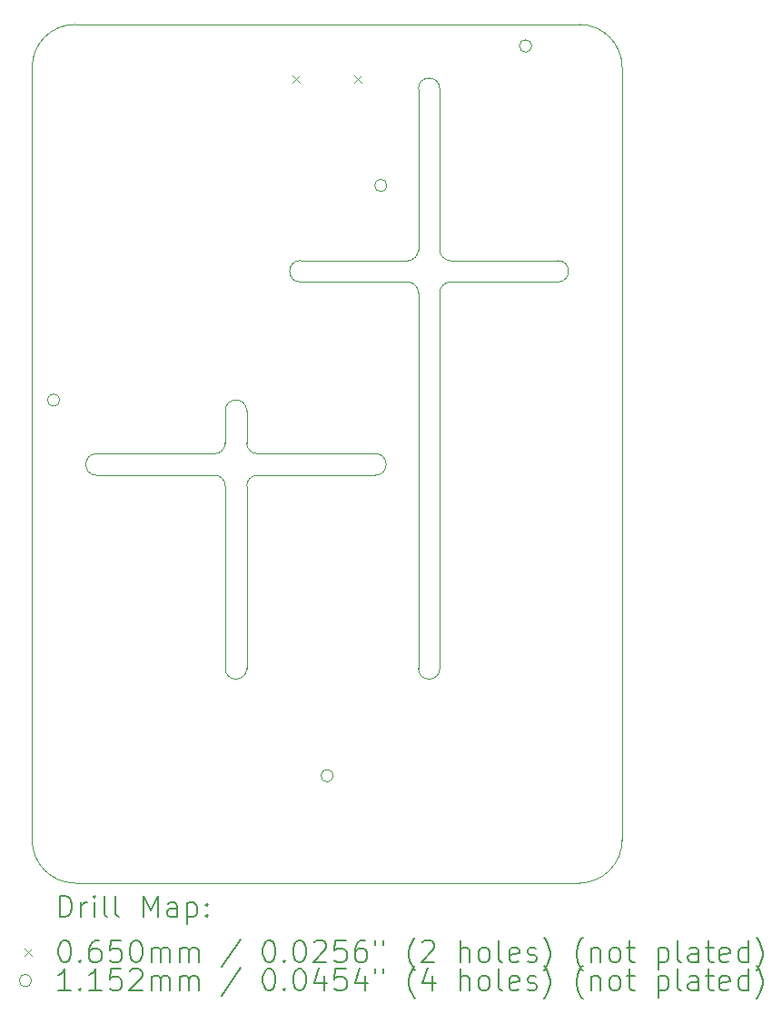
<source format=gbr>
%TF.GenerationSoftware,KiCad,Pcbnew,7.0.8*%
%TF.CreationDate,2024-04-22T21:24:54+09:00*%
%TF.ProjectId,MixedSignalKicad,4d697865-6453-4696-976e-616c4b696361,1.0*%
%TF.SameCoordinates,Original*%
%TF.FileFunction,Drillmap*%
%TF.FilePolarity,Positive*%
%FSLAX45Y45*%
G04 Gerber Fmt 4.5, Leading zero omitted, Abs format (unit mm)*
G04 Created by KiCad (PCBNEW 7.0.8) date 2024-04-22 21:24:54*
%MOMM*%
%LPD*%
G01*
G04 APERTURE LIST*
%ADD10C,0.100000*%
%ADD11C,0.200000*%
%ADD12C,0.065000*%
%ADD13C,0.115200*%
G04 APERTURE END LIST*
D10*
X15600000Y-7500000D02*
G75*
G03*
X15500000Y-7400000I-100000J0D01*
G01*
X12000000Y-5400000D02*
X12000000Y-9500000D01*
X15500000Y-7200000D02*
X14500000Y-7200000D01*
X13800000Y-9300000D02*
G75*
G03*
X13700000Y-9200000I-100000J0D01*
G01*
X12600000Y-9000000D02*
X13700000Y-9000000D01*
X15600000Y-7500000D02*
X15600000Y-11000000D01*
X16900000Y-7200000D02*
X15900000Y-7200000D01*
X14000000Y-8900000D02*
G75*
G03*
X14100000Y-9000000I100000J0D01*
G01*
X13800000Y-8600000D02*
X13800000Y-8900000D01*
X15800000Y-5600000D02*
G75*
G03*
X15600000Y-5600000I-100000J0D01*
G01*
X13800000Y-11000000D02*
G75*
G03*
X14000000Y-11000000I100000J0D01*
G01*
X14500000Y-7200000D02*
G75*
G03*
X14500000Y-7400000I0J-100000D01*
G01*
X17500000Y-12600000D02*
X17500000Y-5400000D01*
X16900000Y-7400000D02*
G75*
G03*
X16900000Y-7200000I0J100000D01*
G01*
X13800000Y-11000000D02*
X13800000Y-9300000D01*
X17100000Y-13000000D02*
G75*
G03*
X17500000Y-12600000I0J400000D01*
G01*
X15200000Y-9200000D02*
X14100000Y-9200000D01*
X17100000Y-5000000D02*
X12400000Y-5000000D01*
X15500000Y-7400000D02*
X14500000Y-7400000D01*
X16900000Y-7400000D02*
X15900000Y-7400000D01*
X12600000Y-9200000D02*
X13700000Y-9200000D01*
X12400000Y-13000000D02*
X17100000Y-13000000D01*
X17500000Y-5400000D02*
G75*
G03*
X17100000Y-5000000I-400000J0D01*
G01*
X12000000Y-12600000D02*
G75*
G03*
X12400000Y-13000000I400000J0D01*
G01*
X14000000Y-8600000D02*
G75*
G03*
X13800000Y-8600000I-100000J0D01*
G01*
X12000000Y-9500000D02*
X12000000Y-12600000D01*
X15800000Y-7100000D02*
G75*
G03*
X15900000Y-7200000I100000J0D01*
G01*
X15800000Y-7500000D02*
X15800000Y-11000000D01*
X13700000Y-9000000D02*
G75*
G03*
X13800000Y-8900000I0J100000D01*
G01*
X12400000Y-5000000D02*
G75*
G03*
X12000000Y-5400000I0J-400000D01*
G01*
X15600000Y-5600000D02*
X15600000Y-7100000D01*
X15500000Y-7200000D02*
G75*
G03*
X15600000Y-7100000I0J100000D01*
G01*
X15200000Y-9000000D02*
X14100000Y-9000000D01*
X14000000Y-8600000D02*
X14000000Y-8900000D01*
X15600000Y-11000000D02*
G75*
G03*
X15800000Y-11000000I100000J0D01*
G01*
X15800000Y-5600000D02*
X15800000Y-7100000D01*
X15900000Y-7400000D02*
G75*
G03*
X15800000Y-7500000I0J-100000D01*
G01*
X12600000Y-9000000D02*
G75*
G03*
X12600000Y-9200000I0J-100000D01*
G01*
X14000000Y-11000000D02*
X14000000Y-9300000D01*
X14100000Y-9200000D02*
G75*
G03*
X14000000Y-9300000I0J-100000D01*
G01*
X15200000Y-9200000D02*
G75*
G03*
X15200000Y-9000000I0J100000D01*
G01*
D11*
D12*
X14428500Y-5477500D02*
X14493500Y-5542500D01*
X14493500Y-5477500D02*
X14428500Y-5542500D01*
X15006500Y-5477500D02*
X15071500Y-5542500D01*
X15071500Y-5477500D02*
X15006500Y-5542500D01*
D13*
X12257600Y-8500000D02*
G75*
G03*
X12257600Y-8500000I-57600J0D01*
G01*
X14807600Y-12000000D02*
G75*
G03*
X14807600Y-12000000I-57600J0D01*
G01*
X15307600Y-6500000D02*
G75*
G03*
X15307600Y-6500000I-57600J0D01*
G01*
X16657600Y-5200000D02*
G75*
G03*
X16657600Y-5200000I-57600J0D01*
G01*
D11*
X12255777Y-13316484D02*
X12255777Y-13116484D01*
X12255777Y-13116484D02*
X12303396Y-13116484D01*
X12303396Y-13116484D02*
X12331967Y-13126008D01*
X12331967Y-13126008D02*
X12351015Y-13145055D01*
X12351015Y-13145055D02*
X12360539Y-13164103D01*
X12360539Y-13164103D02*
X12370062Y-13202198D01*
X12370062Y-13202198D02*
X12370062Y-13230769D01*
X12370062Y-13230769D02*
X12360539Y-13268865D01*
X12360539Y-13268865D02*
X12351015Y-13287912D01*
X12351015Y-13287912D02*
X12331967Y-13306960D01*
X12331967Y-13306960D02*
X12303396Y-13316484D01*
X12303396Y-13316484D02*
X12255777Y-13316484D01*
X12455777Y-13316484D02*
X12455777Y-13183150D01*
X12455777Y-13221246D02*
X12465301Y-13202198D01*
X12465301Y-13202198D02*
X12474824Y-13192674D01*
X12474824Y-13192674D02*
X12493872Y-13183150D01*
X12493872Y-13183150D02*
X12512920Y-13183150D01*
X12579586Y-13316484D02*
X12579586Y-13183150D01*
X12579586Y-13116484D02*
X12570062Y-13126008D01*
X12570062Y-13126008D02*
X12579586Y-13135531D01*
X12579586Y-13135531D02*
X12589110Y-13126008D01*
X12589110Y-13126008D02*
X12579586Y-13116484D01*
X12579586Y-13116484D02*
X12579586Y-13135531D01*
X12703396Y-13316484D02*
X12684348Y-13306960D01*
X12684348Y-13306960D02*
X12674824Y-13287912D01*
X12674824Y-13287912D02*
X12674824Y-13116484D01*
X12808158Y-13316484D02*
X12789110Y-13306960D01*
X12789110Y-13306960D02*
X12779586Y-13287912D01*
X12779586Y-13287912D02*
X12779586Y-13116484D01*
X13036729Y-13316484D02*
X13036729Y-13116484D01*
X13036729Y-13116484D02*
X13103396Y-13259341D01*
X13103396Y-13259341D02*
X13170062Y-13116484D01*
X13170062Y-13116484D02*
X13170062Y-13316484D01*
X13351015Y-13316484D02*
X13351015Y-13211722D01*
X13351015Y-13211722D02*
X13341491Y-13192674D01*
X13341491Y-13192674D02*
X13322443Y-13183150D01*
X13322443Y-13183150D02*
X13284348Y-13183150D01*
X13284348Y-13183150D02*
X13265301Y-13192674D01*
X13351015Y-13306960D02*
X13331967Y-13316484D01*
X13331967Y-13316484D02*
X13284348Y-13316484D01*
X13284348Y-13316484D02*
X13265301Y-13306960D01*
X13265301Y-13306960D02*
X13255777Y-13287912D01*
X13255777Y-13287912D02*
X13255777Y-13268865D01*
X13255777Y-13268865D02*
X13265301Y-13249817D01*
X13265301Y-13249817D02*
X13284348Y-13240293D01*
X13284348Y-13240293D02*
X13331967Y-13240293D01*
X13331967Y-13240293D02*
X13351015Y-13230769D01*
X13446253Y-13183150D02*
X13446253Y-13383150D01*
X13446253Y-13192674D02*
X13465301Y-13183150D01*
X13465301Y-13183150D02*
X13503396Y-13183150D01*
X13503396Y-13183150D02*
X13522443Y-13192674D01*
X13522443Y-13192674D02*
X13531967Y-13202198D01*
X13531967Y-13202198D02*
X13541491Y-13221246D01*
X13541491Y-13221246D02*
X13541491Y-13278388D01*
X13541491Y-13278388D02*
X13531967Y-13297436D01*
X13531967Y-13297436D02*
X13522443Y-13306960D01*
X13522443Y-13306960D02*
X13503396Y-13316484D01*
X13503396Y-13316484D02*
X13465301Y-13316484D01*
X13465301Y-13316484D02*
X13446253Y-13306960D01*
X13627205Y-13297436D02*
X13636729Y-13306960D01*
X13636729Y-13306960D02*
X13627205Y-13316484D01*
X13627205Y-13316484D02*
X13617682Y-13306960D01*
X13617682Y-13306960D02*
X13627205Y-13297436D01*
X13627205Y-13297436D02*
X13627205Y-13316484D01*
X13627205Y-13192674D02*
X13636729Y-13202198D01*
X13636729Y-13202198D02*
X13627205Y-13211722D01*
X13627205Y-13211722D02*
X13617682Y-13202198D01*
X13617682Y-13202198D02*
X13627205Y-13192674D01*
X13627205Y-13192674D02*
X13627205Y-13211722D01*
D12*
X11930000Y-13612500D02*
X11995000Y-13677500D01*
X11995000Y-13612500D02*
X11930000Y-13677500D01*
D11*
X12293872Y-13536484D02*
X12312920Y-13536484D01*
X12312920Y-13536484D02*
X12331967Y-13546008D01*
X12331967Y-13546008D02*
X12341491Y-13555531D01*
X12341491Y-13555531D02*
X12351015Y-13574579D01*
X12351015Y-13574579D02*
X12360539Y-13612674D01*
X12360539Y-13612674D02*
X12360539Y-13660293D01*
X12360539Y-13660293D02*
X12351015Y-13698388D01*
X12351015Y-13698388D02*
X12341491Y-13717436D01*
X12341491Y-13717436D02*
X12331967Y-13726960D01*
X12331967Y-13726960D02*
X12312920Y-13736484D01*
X12312920Y-13736484D02*
X12293872Y-13736484D01*
X12293872Y-13736484D02*
X12274824Y-13726960D01*
X12274824Y-13726960D02*
X12265301Y-13717436D01*
X12265301Y-13717436D02*
X12255777Y-13698388D01*
X12255777Y-13698388D02*
X12246253Y-13660293D01*
X12246253Y-13660293D02*
X12246253Y-13612674D01*
X12246253Y-13612674D02*
X12255777Y-13574579D01*
X12255777Y-13574579D02*
X12265301Y-13555531D01*
X12265301Y-13555531D02*
X12274824Y-13546008D01*
X12274824Y-13546008D02*
X12293872Y-13536484D01*
X12446253Y-13717436D02*
X12455777Y-13726960D01*
X12455777Y-13726960D02*
X12446253Y-13736484D01*
X12446253Y-13736484D02*
X12436729Y-13726960D01*
X12436729Y-13726960D02*
X12446253Y-13717436D01*
X12446253Y-13717436D02*
X12446253Y-13736484D01*
X12627205Y-13536484D02*
X12589110Y-13536484D01*
X12589110Y-13536484D02*
X12570062Y-13546008D01*
X12570062Y-13546008D02*
X12560539Y-13555531D01*
X12560539Y-13555531D02*
X12541491Y-13584103D01*
X12541491Y-13584103D02*
X12531967Y-13622198D01*
X12531967Y-13622198D02*
X12531967Y-13698388D01*
X12531967Y-13698388D02*
X12541491Y-13717436D01*
X12541491Y-13717436D02*
X12551015Y-13726960D01*
X12551015Y-13726960D02*
X12570062Y-13736484D01*
X12570062Y-13736484D02*
X12608158Y-13736484D01*
X12608158Y-13736484D02*
X12627205Y-13726960D01*
X12627205Y-13726960D02*
X12636729Y-13717436D01*
X12636729Y-13717436D02*
X12646253Y-13698388D01*
X12646253Y-13698388D02*
X12646253Y-13650769D01*
X12646253Y-13650769D02*
X12636729Y-13631722D01*
X12636729Y-13631722D02*
X12627205Y-13622198D01*
X12627205Y-13622198D02*
X12608158Y-13612674D01*
X12608158Y-13612674D02*
X12570062Y-13612674D01*
X12570062Y-13612674D02*
X12551015Y-13622198D01*
X12551015Y-13622198D02*
X12541491Y-13631722D01*
X12541491Y-13631722D02*
X12531967Y-13650769D01*
X12827205Y-13536484D02*
X12731967Y-13536484D01*
X12731967Y-13536484D02*
X12722443Y-13631722D01*
X12722443Y-13631722D02*
X12731967Y-13622198D01*
X12731967Y-13622198D02*
X12751015Y-13612674D01*
X12751015Y-13612674D02*
X12798634Y-13612674D01*
X12798634Y-13612674D02*
X12817682Y-13622198D01*
X12817682Y-13622198D02*
X12827205Y-13631722D01*
X12827205Y-13631722D02*
X12836729Y-13650769D01*
X12836729Y-13650769D02*
X12836729Y-13698388D01*
X12836729Y-13698388D02*
X12827205Y-13717436D01*
X12827205Y-13717436D02*
X12817682Y-13726960D01*
X12817682Y-13726960D02*
X12798634Y-13736484D01*
X12798634Y-13736484D02*
X12751015Y-13736484D01*
X12751015Y-13736484D02*
X12731967Y-13726960D01*
X12731967Y-13726960D02*
X12722443Y-13717436D01*
X12960539Y-13536484D02*
X12979586Y-13536484D01*
X12979586Y-13536484D02*
X12998634Y-13546008D01*
X12998634Y-13546008D02*
X13008158Y-13555531D01*
X13008158Y-13555531D02*
X13017682Y-13574579D01*
X13017682Y-13574579D02*
X13027205Y-13612674D01*
X13027205Y-13612674D02*
X13027205Y-13660293D01*
X13027205Y-13660293D02*
X13017682Y-13698388D01*
X13017682Y-13698388D02*
X13008158Y-13717436D01*
X13008158Y-13717436D02*
X12998634Y-13726960D01*
X12998634Y-13726960D02*
X12979586Y-13736484D01*
X12979586Y-13736484D02*
X12960539Y-13736484D01*
X12960539Y-13736484D02*
X12941491Y-13726960D01*
X12941491Y-13726960D02*
X12931967Y-13717436D01*
X12931967Y-13717436D02*
X12922443Y-13698388D01*
X12922443Y-13698388D02*
X12912920Y-13660293D01*
X12912920Y-13660293D02*
X12912920Y-13612674D01*
X12912920Y-13612674D02*
X12922443Y-13574579D01*
X12922443Y-13574579D02*
X12931967Y-13555531D01*
X12931967Y-13555531D02*
X12941491Y-13546008D01*
X12941491Y-13546008D02*
X12960539Y-13536484D01*
X13112920Y-13736484D02*
X13112920Y-13603150D01*
X13112920Y-13622198D02*
X13122443Y-13612674D01*
X13122443Y-13612674D02*
X13141491Y-13603150D01*
X13141491Y-13603150D02*
X13170063Y-13603150D01*
X13170063Y-13603150D02*
X13189110Y-13612674D01*
X13189110Y-13612674D02*
X13198634Y-13631722D01*
X13198634Y-13631722D02*
X13198634Y-13736484D01*
X13198634Y-13631722D02*
X13208158Y-13612674D01*
X13208158Y-13612674D02*
X13227205Y-13603150D01*
X13227205Y-13603150D02*
X13255777Y-13603150D01*
X13255777Y-13603150D02*
X13274824Y-13612674D01*
X13274824Y-13612674D02*
X13284348Y-13631722D01*
X13284348Y-13631722D02*
X13284348Y-13736484D01*
X13379586Y-13736484D02*
X13379586Y-13603150D01*
X13379586Y-13622198D02*
X13389110Y-13612674D01*
X13389110Y-13612674D02*
X13408158Y-13603150D01*
X13408158Y-13603150D02*
X13436729Y-13603150D01*
X13436729Y-13603150D02*
X13455777Y-13612674D01*
X13455777Y-13612674D02*
X13465301Y-13631722D01*
X13465301Y-13631722D02*
X13465301Y-13736484D01*
X13465301Y-13631722D02*
X13474824Y-13612674D01*
X13474824Y-13612674D02*
X13493872Y-13603150D01*
X13493872Y-13603150D02*
X13522443Y-13603150D01*
X13522443Y-13603150D02*
X13541491Y-13612674D01*
X13541491Y-13612674D02*
X13551015Y-13631722D01*
X13551015Y-13631722D02*
X13551015Y-13736484D01*
X13941491Y-13526960D02*
X13770063Y-13784103D01*
X14198634Y-13536484D02*
X14217682Y-13536484D01*
X14217682Y-13536484D02*
X14236729Y-13546008D01*
X14236729Y-13546008D02*
X14246253Y-13555531D01*
X14246253Y-13555531D02*
X14255777Y-13574579D01*
X14255777Y-13574579D02*
X14265301Y-13612674D01*
X14265301Y-13612674D02*
X14265301Y-13660293D01*
X14265301Y-13660293D02*
X14255777Y-13698388D01*
X14255777Y-13698388D02*
X14246253Y-13717436D01*
X14246253Y-13717436D02*
X14236729Y-13726960D01*
X14236729Y-13726960D02*
X14217682Y-13736484D01*
X14217682Y-13736484D02*
X14198634Y-13736484D01*
X14198634Y-13736484D02*
X14179586Y-13726960D01*
X14179586Y-13726960D02*
X14170063Y-13717436D01*
X14170063Y-13717436D02*
X14160539Y-13698388D01*
X14160539Y-13698388D02*
X14151015Y-13660293D01*
X14151015Y-13660293D02*
X14151015Y-13612674D01*
X14151015Y-13612674D02*
X14160539Y-13574579D01*
X14160539Y-13574579D02*
X14170063Y-13555531D01*
X14170063Y-13555531D02*
X14179586Y-13546008D01*
X14179586Y-13546008D02*
X14198634Y-13536484D01*
X14351015Y-13717436D02*
X14360539Y-13726960D01*
X14360539Y-13726960D02*
X14351015Y-13736484D01*
X14351015Y-13736484D02*
X14341491Y-13726960D01*
X14341491Y-13726960D02*
X14351015Y-13717436D01*
X14351015Y-13717436D02*
X14351015Y-13736484D01*
X14484348Y-13536484D02*
X14503396Y-13536484D01*
X14503396Y-13536484D02*
X14522444Y-13546008D01*
X14522444Y-13546008D02*
X14531967Y-13555531D01*
X14531967Y-13555531D02*
X14541491Y-13574579D01*
X14541491Y-13574579D02*
X14551015Y-13612674D01*
X14551015Y-13612674D02*
X14551015Y-13660293D01*
X14551015Y-13660293D02*
X14541491Y-13698388D01*
X14541491Y-13698388D02*
X14531967Y-13717436D01*
X14531967Y-13717436D02*
X14522444Y-13726960D01*
X14522444Y-13726960D02*
X14503396Y-13736484D01*
X14503396Y-13736484D02*
X14484348Y-13736484D01*
X14484348Y-13736484D02*
X14465301Y-13726960D01*
X14465301Y-13726960D02*
X14455777Y-13717436D01*
X14455777Y-13717436D02*
X14446253Y-13698388D01*
X14446253Y-13698388D02*
X14436729Y-13660293D01*
X14436729Y-13660293D02*
X14436729Y-13612674D01*
X14436729Y-13612674D02*
X14446253Y-13574579D01*
X14446253Y-13574579D02*
X14455777Y-13555531D01*
X14455777Y-13555531D02*
X14465301Y-13546008D01*
X14465301Y-13546008D02*
X14484348Y-13536484D01*
X14627206Y-13555531D02*
X14636729Y-13546008D01*
X14636729Y-13546008D02*
X14655777Y-13536484D01*
X14655777Y-13536484D02*
X14703396Y-13536484D01*
X14703396Y-13536484D02*
X14722444Y-13546008D01*
X14722444Y-13546008D02*
X14731967Y-13555531D01*
X14731967Y-13555531D02*
X14741491Y-13574579D01*
X14741491Y-13574579D02*
X14741491Y-13593627D01*
X14741491Y-13593627D02*
X14731967Y-13622198D01*
X14731967Y-13622198D02*
X14617682Y-13736484D01*
X14617682Y-13736484D02*
X14741491Y-13736484D01*
X14922444Y-13536484D02*
X14827206Y-13536484D01*
X14827206Y-13536484D02*
X14817682Y-13631722D01*
X14817682Y-13631722D02*
X14827206Y-13622198D01*
X14827206Y-13622198D02*
X14846253Y-13612674D01*
X14846253Y-13612674D02*
X14893872Y-13612674D01*
X14893872Y-13612674D02*
X14912920Y-13622198D01*
X14912920Y-13622198D02*
X14922444Y-13631722D01*
X14922444Y-13631722D02*
X14931967Y-13650769D01*
X14931967Y-13650769D02*
X14931967Y-13698388D01*
X14931967Y-13698388D02*
X14922444Y-13717436D01*
X14922444Y-13717436D02*
X14912920Y-13726960D01*
X14912920Y-13726960D02*
X14893872Y-13736484D01*
X14893872Y-13736484D02*
X14846253Y-13736484D01*
X14846253Y-13736484D02*
X14827206Y-13726960D01*
X14827206Y-13726960D02*
X14817682Y-13717436D01*
X15103396Y-13536484D02*
X15065301Y-13536484D01*
X15065301Y-13536484D02*
X15046253Y-13546008D01*
X15046253Y-13546008D02*
X15036729Y-13555531D01*
X15036729Y-13555531D02*
X15017682Y-13584103D01*
X15017682Y-13584103D02*
X15008158Y-13622198D01*
X15008158Y-13622198D02*
X15008158Y-13698388D01*
X15008158Y-13698388D02*
X15017682Y-13717436D01*
X15017682Y-13717436D02*
X15027206Y-13726960D01*
X15027206Y-13726960D02*
X15046253Y-13736484D01*
X15046253Y-13736484D02*
X15084348Y-13736484D01*
X15084348Y-13736484D02*
X15103396Y-13726960D01*
X15103396Y-13726960D02*
X15112920Y-13717436D01*
X15112920Y-13717436D02*
X15122444Y-13698388D01*
X15122444Y-13698388D02*
X15122444Y-13650769D01*
X15122444Y-13650769D02*
X15112920Y-13631722D01*
X15112920Y-13631722D02*
X15103396Y-13622198D01*
X15103396Y-13622198D02*
X15084348Y-13612674D01*
X15084348Y-13612674D02*
X15046253Y-13612674D01*
X15046253Y-13612674D02*
X15027206Y-13622198D01*
X15027206Y-13622198D02*
X15017682Y-13631722D01*
X15017682Y-13631722D02*
X15008158Y-13650769D01*
X15198634Y-13536484D02*
X15198634Y-13574579D01*
X15274825Y-13536484D02*
X15274825Y-13574579D01*
X15570063Y-13812674D02*
X15560539Y-13803150D01*
X15560539Y-13803150D02*
X15541491Y-13774579D01*
X15541491Y-13774579D02*
X15531968Y-13755531D01*
X15531968Y-13755531D02*
X15522444Y-13726960D01*
X15522444Y-13726960D02*
X15512920Y-13679341D01*
X15512920Y-13679341D02*
X15512920Y-13641246D01*
X15512920Y-13641246D02*
X15522444Y-13593627D01*
X15522444Y-13593627D02*
X15531968Y-13565055D01*
X15531968Y-13565055D02*
X15541491Y-13546008D01*
X15541491Y-13546008D02*
X15560539Y-13517436D01*
X15560539Y-13517436D02*
X15570063Y-13507912D01*
X15636729Y-13555531D02*
X15646253Y-13546008D01*
X15646253Y-13546008D02*
X15665301Y-13536484D01*
X15665301Y-13536484D02*
X15712920Y-13536484D01*
X15712920Y-13536484D02*
X15731968Y-13546008D01*
X15731968Y-13546008D02*
X15741491Y-13555531D01*
X15741491Y-13555531D02*
X15751015Y-13574579D01*
X15751015Y-13574579D02*
X15751015Y-13593627D01*
X15751015Y-13593627D02*
X15741491Y-13622198D01*
X15741491Y-13622198D02*
X15627206Y-13736484D01*
X15627206Y-13736484D02*
X15751015Y-13736484D01*
X15989110Y-13736484D02*
X15989110Y-13536484D01*
X16074825Y-13736484D02*
X16074825Y-13631722D01*
X16074825Y-13631722D02*
X16065301Y-13612674D01*
X16065301Y-13612674D02*
X16046253Y-13603150D01*
X16046253Y-13603150D02*
X16017682Y-13603150D01*
X16017682Y-13603150D02*
X15998634Y-13612674D01*
X15998634Y-13612674D02*
X15989110Y-13622198D01*
X16198634Y-13736484D02*
X16179587Y-13726960D01*
X16179587Y-13726960D02*
X16170063Y-13717436D01*
X16170063Y-13717436D02*
X16160539Y-13698388D01*
X16160539Y-13698388D02*
X16160539Y-13641246D01*
X16160539Y-13641246D02*
X16170063Y-13622198D01*
X16170063Y-13622198D02*
X16179587Y-13612674D01*
X16179587Y-13612674D02*
X16198634Y-13603150D01*
X16198634Y-13603150D02*
X16227206Y-13603150D01*
X16227206Y-13603150D02*
X16246253Y-13612674D01*
X16246253Y-13612674D02*
X16255777Y-13622198D01*
X16255777Y-13622198D02*
X16265301Y-13641246D01*
X16265301Y-13641246D02*
X16265301Y-13698388D01*
X16265301Y-13698388D02*
X16255777Y-13717436D01*
X16255777Y-13717436D02*
X16246253Y-13726960D01*
X16246253Y-13726960D02*
X16227206Y-13736484D01*
X16227206Y-13736484D02*
X16198634Y-13736484D01*
X16379587Y-13736484D02*
X16360539Y-13726960D01*
X16360539Y-13726960D02*
X16351015Y-13707912D01*
X16351015Y-13707912D02*
X16351015Y-13536484D01*
X16531968Y-13726960D02*
X16512920Y-13736484D01*
X16512920Y-13736484D02*
X16474825Y-13736484D01*
X16474825Y-13736484D02*
X16455777Y-13726960D01*
X16455777Y-13726960D02*
X16446253Y-13707912D01*
X16446253Y-13707912D02*
X16446253Y-13631722D01*
X16446253Y-13631722D02*
X16455777Y-13612674D01*
X16455777Y-13612674D02*
X16474825Y-13603150D01*
X16474825Y-13603150D02*
X16512920Y-13603150D01*
X16512920Y-13603150D02*
X16531968Y-13612674D01*
X16531968Y-13612674D02*
X16541491Y-13631722D01*
X16541491Y-13631722D02*
X16541491Y-13650769D01*
X16541491Y-13650769D02*
X16446253Y-13669817D01*
X16617682Y-13726960D02*
X16636730Y-13736484D01*
X16636730Y-13736484D02*
X16674825Y-13736484D01*
X16674825Y-13736484D02*
X16693872Y-13726960D01*
X16693872Y-13726960D02*
X16703396Y-13707912D01*
X16703396Y-13707912D02*
X16703396Y-13698388D01*
X16703396Y-13698388D02*
X16693872Y-13679341D01*
X16693872Y-13679341D02*
X16674825Y-13669817D01*
X16674825Y-13669817D02*
X16646253Y-13669817D01*
X16646253Y-13669817D02*
X16627206Y-13660293D01*
X16627206Y-13660293D02*
X16617682Y-13641246D01*
X16617682Y-13641246D02*
X16617682Y-13631722D01*
X16617682Y-13631722D02*
X16627206Y-13612674D01*
X16627206Y-13612674D02*
X16646253Y-13603150D01*
X16646253Y-13603150D02*
X16674825Y-13603150D01*
X16674825Y-13603150D02*
X16693872Y-13612674D01*
X16770063Y-13812674D02*
X16779587Y-13803150D01*
X16779587Y-13803150D02*
X16798634Y-13774579D01*
X16798634Y-13774579D02*
X16808158Y-13755531D01*
X16808158Y-13755531D02*
X16817682Y-13726960D01*
X16817682Y-13726960D02*
X16827206Y-13679341D01*
X16827206Y-13679341D02*
X16827206Y-13641246D01*
X16827206Y-13641246D02*
X16817682Y-13593627D01*
X16817682Y-13593627D02*
X16808158Y-13565055D01*
X16808158Y-13565055D02*
X16798634Y-13546008D01*
X16798634Y-13546008D02*
X16779587Y-13517436D01*
X16779587Y-13517436D02*
X16770063Y-13507912D01*
X17131968Y-13812674D02*
X17122444Y-13803150D01*
X17122444Y-13803150D02*
X17103396Y-13774579D01*
X17103396Y-13774579D02*
X17093873Y-13755531D01*
X17093873Y-13755531D02*
X17084349Y-13726960D01*
X17084349Y-13726960D02*
X17074825Y-13679341D01*
X17074825Y-13679341D02*
X17074825Y-13641246D01*
X17074825Y-13641246D02*
X17084349Y-13593627D01*
X17084349Y-13593627D02*
X17093873Y-13565055D01*
X17093873Y-13565055D02*
X17103396Y-13546008D01*
X17103396Y-13546008D02*
X17122444Y-13517436D01*
X17122444Y-13517436D02*
X17131968Y-13507912D01*
X17208158Y-13603150D02*
X17208158Y-13736484D01*
X17208158Y-13622198D02*
X17217682Y-13612674D01*
X17217682Y-13612674D02*
X17236730Y-13603150D01*
X17236730Y-13603150D02*
X17265301Y-13603150D01*
X17265301Y-13603150D02*
X17284349Y-13612674D01*
X17284349Y-13612674D02*
X17293873Y-13631722D01*
X17293873Y-13631722D02*
X17293873Y-13736484D01*
X17417682Y-13736484D02*
X17398634Y-13726960D01*
X17398634Y-13726960D02*
X17389111Y-13717436D01*
X17389111Y-13717436D02*
X17379587Y-13698388D01*
X17379587Y-13698388D02*
X17379587Y-13641246D01*
X17379587Y-13641246D02*
X17389111Y-13622198D01*
X17389111Y-13622198D02*
X17398634Y-13612674D01*
X17398634Y-13612674D02*
X17417682Y-13603150D01*
X17417682Y-13603150D02*
X17446254Y-13603150D01*
X17446254Y-13603150D02*
X17465301Y-13612674D01*
X17465301Y-13612674D02*
X17474825Y-13622198D01*
X17474825Y-13622198D02*
X17484349Y-13641246D01*
X17484349Y-13641246D02*
X17484349Y-13698388D01*
X17484349Y-13698388D02*
X17474825Y-13717436D01*
X17474825Y-13717436D02*
X17465301Y-13726960D01*
X17465301Y-13726960D02*
X17446254Y-13736484D01*
X17446254Y-13736484D02*
X17417682Y-13736484D01*
X17541492Y-13603150D02*
X17617682Y-13603150D01*
X17570063Y-13536484D02*
X17570063Y-13707912D01*
X17570063Y-13707912D02*
X17579587Y-13726960D01*
X17579587Y-13726960D02*
X17598634Y-13736484D01*
X17598634Y-13736484D02*
X17617682Y-13736484D01*
X17836730Y-13603150D02*
X17836730Y-13803150D01*
X17836730Y-13612674D02*
X17855777Y-13603150D01*
X17855777Y-13603150D02*
X17893873Y-13603150D01*
X17893873Y-13603150D02*
X17912920Y-13612674D01*
X17912920Y-13612674D02*
X17922444Y-13622198D01*
X17922444Y-13622198D02*
X17931968Y-13641246D01*
X17931968Y-13641246D02*
X17931968Y-13698388D01*
X17931968Y-13698388D02*
X17922444Y-13717436D01*
X17922444Y-13717436D02*
X17912920Y-13726960D01*
X17912920Y-13726960D02*
X17893873Y-13736484D01*
X17893873Y-13736484D02*
X17855777Y-13736484D01*
X17855777Y-13736484D02*
X17836730Y-13726960D01*
X18046254Y-13736484D02*
X18027206Y-13726960D01*
X18027206Y-13726960D02*
X18017682Y-13707912D01*
X18017682Y-13707912D02*
X18017682Y-13536484D01*
X18208158Y-13736484D02*
X18208158Y-13631722D01*
X18208158Y-13631722D02*
X18198635Y-13612674D01*
X18198635Y-13612674D02*
X18179587Y-13603150D01*
X18179587Y-13603150D02*
X18141492Y-13603150D01*
X18141492Y-13603150D02*
X18122444Y-13612674D01*
X18208158Y-13726960D02*
X18189111Y-13736484D01*
X18189111Y-13736484D02*
X18141492Y-13736484D01*
X18141492Y-13736484D02*
X18122444Y-13726960D01*
X18122444Y-13726960D02*
X18112920Y-13707912D01*
X18112920Y-13707912D02*
X18112920Y-13688865D01*
X18112920Y-13688865D02*
X18122444Y-13669817D01*
X18122444Y-13669817D02*
X18141492Y-13660293D01*
X18141492Y-13660293D02*
X18189111Y-13660293D01*
X18189111Y-13660293D02*
X18208158Y-13650769D01*
X18274825Y-13603150D02*
X18351015Y-13603150D01*
X18303396Y-13536484D02*
X18303396Y-13707912D01*
X18303396Y-13707912D02*
X18312920Y-13726960D01*
X18312920Y-13726960D02*
X18331968Y-13736484D01*
X18331968Y-13736484D02*
X18351015Y-13736484D01*
X18493873Y-13726960D02*
X18474825Y-13736484D01*
X18474825Y-13736484D02*
X18436730Y-13736484D01*
X18436730Y-13736484D02*
X18417682Y-13726960D01*
X18417682Y-13726960D02*
X18408158Y-13707912D01*
X18408158Y-13707912D02*
X18408158Y-13631722D01*
X18408158Y-13631722D02*
X18417682Y-13612674D01*
X18417682Y-13612674D02*
X18436730Y-13603150D01*
X18436730Y-13603150D02*
X18474825Y-13603150D01*
X18474825Y-13603150D02*
X18493873Y-13612674D01*
X18493873Y-13612674D02*
X18503396Y-13631722D01*
X18503396Y-13631722D02*
X18503396Y-13650769D01*
X18503396Y-13650769D02*
X18408158Y-13669817D01*
X18674825Y-13736484D02*
X18674825Y-13536484D01*
X18674825Y-13726960D02*
X18655777Y-13736484D01*
X18655777Y-13736484D02*
X18617682Y-13736484D01*
X18617682Y-13736484D02*
X18598635Y-13726960D01*
X18598635Y-13726960D02*
X18589111Y-13717436D01*
X18589111Y-13717436D02*
X18579587Y-13698388D01*
X18579587Y-13698388D02*
X18579587Y-13641246D01*
X18579587Y-13641246D02*
X18589111Y-13622198D01*
X18589111Y-13622198D02*
X18598635Y-13612674D01*
X18598635Y-13612674D02*
X18617682Y-13603150D01*
X18617682Y-13603150D02*
X18655777Y-13603150D01*
X18655777Y-13603150D02*
X18674825Y-13612674D01*
X18751016Y-13812674D02*
X18760539Y-13803150D01*
X18760539Y-13803150D02*
X18779587Y-13774579D01*
X18779587Y-13774579D02*
X18789111Y-13755531D01*
X18789111Y-13755531D02*
X18798635Y-13726960D01*
X18798635Y-13726960D02*
X18808158Y-13679341D01*
X18808158Y-13679341D02*
X18808158Y-13641246D01*
X18808158Y-13641246D02*
X18798635Y-13593627D01*
X18798635Y-13593627D02*
X18789111Y-13565055D01*
X18789111Y-13565055D02*
X18779587Y-13546008D01*
X18779587Y-13546008D02*
X18760539Y-13517436D01*
X18760539Y-13517436D02*
X18751016Y-13507912D01*
D13*
X11995000Y-13909000D02*
G75*
G03*
X11995000Y-13909000I-57600J0D01*
G01*
D11*
X12360539Y-14000484D02*
X12246253Y-14000484D01*
X12303396Y-14000484D02*
X12303396Y-13800484D01*
X12303396Y-13800484D02*
X12284348Y-13829055D01*
X12284348Y-13829055D02*
X12265301Y-13848103D01*
X12265301Y-13848103D02*
X12246253Y-13857627D01*
X12446253Y-13981436D02*
X12455777Y-13990960D01*
X12455777Y-13990960D02*
X12446253Y-14000484D01*
X12446253Y-14000484D02*
X12436729Y-13990960D01*
X12436729Y-13990960D02*
X12446253Y-13981436D01*
X12446253Y-13981436D02*
X12446253Y-14000484D01*
X12646253Y-14000484D02*
X12531967Y-14000484D01*
X12589110Y-14000484D02*
X12589110Y-13800484D01*
X12589110Y-13800484D02*
X12570062Y-13829055D01*
X12570062Y-13829055D02*
X12551015Y-13848103D01*
X12551015Y-13848103D02*
X12531967Y-13857627D01*
X12827205Y-13800484D02*
X12731967Y-13800484D01*
X12731967Y-13800484D02*
X12722443Y-13895722D01*
X12722443Y-13895722D02*
X12731967Y-13886198D01*
X12731967Y-13886198D02*
X12751015Y-13876674D01*
X12751015Y-13876674D02*
X12798634Y-13876674D01*
X12798634Y-13876674D02*
X12817682Y-13886198D01*
X12817682Y-13886198D02*
X12827205Y-13895722D01*
X12827205Y-13895722D02*
X12836729Y-13914769D01*
X12836729Y-13914769D02*
X12836729Y-13962388D01*
X12836729Y-13962388D02*
X12827205Y-13981436D01*
X12827205Y-13981436D02*
X12817682Y-13990960D01*
X12817682Y-13990960D02*
X12798634Y-14000484D01*
X12798634Y-14000484D02*
X12751015Y-14000484D01*
X12751015Y-14000484D02*
X12731967Y-13990960D01*
X12731967Y-13990960D02*
X12722443Y-13981436D01*
X12912920Y-13819531D02*
X12922443Y-13810008D01*
X12922443Y-13810008D02*
X12941491Y-13800484D01*
X12941491Y-13800484D02*
X12989110Y-13800484D01*
X12989110Y-13800484D02*
X13008158Y-13810008D01*
X13008158Y-13810008D02*
X13017682Y-13819531D01*
X13017682Y-13819531D02*
X13027205Y-13838579D01*
X13027205Y-13838579D02*
X13027205Y-13857627D01*
X13027205Y-13857627D02*
X13017682Y-13886198D01*
X13017682Y-13886198D02*
X12903396Y-14000484D01*
X12903396Y-14000484D02*
X13027205Y-14000484D01*
X13112920Y-14000484D02*
X13112920Y-13867150D01*
X13112920Y-13886198D02*
X13122443Y-13876674D01*
X13122443Y-13876674D02*
X13141491Y-13867150D01*
X13141491Y-13867150D02*
X13170063Y-13867150D01*
X13170063Y-13867150D02*
X13189110Y-13876674D01*
X13189110Y-13876674D02*
X13198634Y-13895722D01*
X13198634Y-13895722D02*
X13198634Y-14000484D01*
X13198634Y-13895722D02*
X13208158Y-13876674D01*
X13208158Y-13876674D02*
X13227205Y-13867150D01*
X13227205Y-13867150D02*
X13255777Y-13867150D01*
X13255777Y-13867150D02*
X13274824Y-13876674D01*
X13274824Y-13876674D02*
X13284348Y-13895722D01*
X13284348Y-13895722D02*
X13284348Y-14000484D01*
X13379586Y-14000484D02*
X13379586Y-13867150D01*
X13379586Y-13886198D02*
X13389110Y-13876674D01*
X13389110Y-13876674D02*
X13408158Y-13867150D01*
X13408158Y-13867150D02*
X13436729Y-13867150D01*
X13436729Y-13867150D02*
X13455777Y-13876674D01*
X13455777Y-13876674D02*
X13465301Y-13895722D01*
X13465301Y-13895722D02*
X13465301Y-14000484D01*
X13465301Y-13895722D02*
X13474824Y-13876674D01*
X13474824Y-13876674D02*
X13493872Y-13867150D01*
X13493872Y-13867150D02*
X13522443Y-13867150D01*
X13522443Y-13867150D02*
X13541491Y-13876674D01*
X13541491Y-13876674D02*
X13551015Y-13895722D01*
X13551015Y-13895722D02*
X13551015Y-14000484D01*
X13941491Y-13790960D02*
X13770063Y-14048103D01*
X14198634Y-13800484D02*
X14217682Y-13800484D01*
X14217682Y-13800484D02*
X14236729Y-13810008D01*
X14236729Y-13810008D02*
X14246253Y-13819531D01*
X14246253Y-13819531D02*
X14255777Y-13838579D01*
X14255777Y-13838579D02*
X14265301Y-13876674D01*
X14265301Y-13876674D02*
X14265301Y-13924293D01*
X14265301Y-13924293D02*
X14255777Y-13962388D01*
X14255777Y-13962388D02*
X14246253Y-13981436D01*
X14246253Y-13981436D02*
X14236729Y-13990960D01*
X14236729Y-13990960D02*
X14217682Y-14000484D01*
X14217682Y-14000484D02*
X14198634Y-14000484D01*
X14198634Y-14000484D02*
X14179586Y-13990960D01*
X14179586Y-13990960D02*
X14170063Y-13981436D01*
X14170063Y-13981436D02*
X14160539Y-13962388D01*
X14160539Y-13962388D02*
X14151015Y-13924293D01*
X14151015Y-13924293D02*
X14151015Y-13876674D01*
X14151015Y-13876674D02*
X14160539Y-13838579D01*
X14160539Y-13838579D02*
X14170063Y-13819531D01*
X14170063Y-13819531D02*
X14179586Y-13810008D01*
X14179586Y-13810008D02*
X14198634Y-13800484D01*
X14351015Y-13981436D02*
X14360539Y-13990960D01*
X14360539Y-13990960D02*
X14351015Y-14000484D01*
X14351015Y-14000484D02*
X14341491Y-13990960D01*
X14341491Y-13990960D02*
X14351015Y-13981436D01*
X14351015Y-13981436D02*
X14351015Y-14000484D01*
X14484348Y-13800484D02*
X14503396Y-13800484D01*
X14503396Y-13800484D02*
X14522444Y-13810008D01*
X14522444Y-13810008D02*
X14531967Y-13819531D01*
X14531967Y-13819531D02*
X14541491Y-13838579D01*
X14541491Y-13838579D02*
X14551015Y-13876674D01*
X14551015Y-13876674D02*
X14551015Y-13924293D01*
X14551015Y-13924293D02*
X14541491Y-13962388D01*
X14541491Y-13962388D02*
X14531967Y-13981436D01*
X14531967Y-13981436D02*
X14522444Y-13990960D01*
X14522444Y-13990960D02*
X14503396Y-14000484D01*
X14503396Y-14000484D02*
X14484348Y-14000484D01*
X14484348Y-14000484D02*
X14465301Y-13990960D01*
X14465301Y-13990960D02*
X14455777Y-13981436D01*
X14455777Y-13981436D02*
X14446253Y-13962388D01*
X14446253Y-13962388D02*
X14436729Y-13924293D01*
X14436729Y-13924293D02*
X14436729Y-13876674D01*
X14436729Y-13876674D02*
X14446253Y-13838579D01*
X14446253Y-13838579D02*
X14455777Y-13819531D01*
X14455777Y-13819531D02*
X14465301Y-13810008D01*
X14465301Y-13810008D02*
X14484348Y-13800484D01*
X14722444Y-13867150D02*
X14722444Y-14000484D01*
X14674825Y-13790960D02*
X14627206Y-13933817D01*
X14627206Y-13933817D02*
X14751015Y-13933817D01*
X14922444Y-13800484D02*
X14827206Y-13800484D01*
X14827206Y-13800484D02*
X14817682Y-13895722D01*
X14817682Y-13895722D02*
X14827206Y-13886198D01*
X14827206Y-13886198D02*
X14846253Y-13876674D01*
X14846253Y-13876674D02*
X14893872Y-13876674D01*
X14893872Y-13876674D02*
X14912920Y-13886198D01*
X14912920Y-13886198D02*
X14922444Y-13895722D01*
X14922444Y-13895722D02*
X14931967Y-13914769D01*
X14931967Y-13914769D02*
X14931967Y-13962388D01*
X14931967Y-13962388D02*
X14922444Y-13981436D01*
X14922444Y-13981436D02*
X14912920Y-13990960D01*
X14912920Y-13990960D02*
X14893872Y-14000484D01*
X14893872Y-14000484D02*
X14846253Y-14000484D01*
X14846253Y-14000484D02*
X14827206Y-13990960D01*
X14827206Y-13990960D02*
X14817682Y-13981436D01*
X15103396Y-13867150D02*
X15103396Y-14000484D01*
X15055777Y-13790960D02*
X15008158Y-13933817D01*
X15008158Y-13933817D02*
X15131967Y-13933817D01*
X15198634Y-13800484D02*
X15198634Y-13838579D01*
X15274825Y-13800484D02*
X15274825Y-13838579D01*
X15570063Y-14076674D02*
X15560539Y-14067150D01*
X15560539Y-14067150D02*
X15541491Y-14038579D01*
X15541491Y-14038579D02*
X15531968Y-14019531D01*
X15531968Y-14019531D02*
X15522444Y-13990960D01*
X15522444Y-13990960D02*
X15512920Y-13943341D01*
X15512920Y-13943341D02*
X15512920Y-13905246D01*
X15512920Y-13905246D02*
X15522444Y-13857627D01*
X15522444Y-13857627D02*
X15531968Y-13829055D01*
X15531968Y-13829055D02*
X15541491Y-13810008D01*
X15541491Y-13810008D02*
X15560539Y-13781436D01*
X15560539Y-13781436D02*
X15570063Y-13771912D01*
X15731968Y-13867150D02*
X15731968Y-14000484D01*
X15684348Y-13790960D02*
X15636729Y-13933817D01*
X15636729Y-13933817D02*
X15760539Y-13933817D01*
X15989110Y-14000484D02*
X15989110Y-13800484D01*
X16074825Y-14000484D02*
X16074825Y-13895722D01*
X16074825Y-13895722D02*
X16065301Y-13876674D01*
X16065301Y-13876674D02*
X16046253Y-13867150D01*
X16046253Y-13867150D02*
X16017682Y-13867150D01*
X16017682Y-13867150D02*
X15998634Y-13876674D01*
X15998634Y-13876674D02*
X15989110Y-13886198D01*
X16198634Y-14000484D02*
X16179587Y-13990960D01*
X16179587Y-13990960D02*
X16170063Y-13981436D01*
X16170063Y-13981436D02*
X16160539Y-13962388D01*
X16160539Y-13962388D02*
X16160539Y-13905246D01*
X16160539Y-13905246D02*
X16170063Y-13886198D01*
X16170063Y-13886198D02*
X16179587Y-13876674D01*
X16179587Y-13876674D02*
X16198634Y-13867150D01*
X16198634Y-13867150D02*
X16227206Y-13867150D01*
X16227206Y-13867150D02*
X16246253Y-13876674D01*
X16246253Y-13876674D02*
X16255777Y-13886198D01*
X16255777Y-13886198D02*
X16265301Y-13905246D01*
X16265301Y-13905246D02*
X16265301Y-13962388D01*
X16265301Y-13962388D02*
X16255777Y-13981436D01*
X16255777Y-13981436D02*
X16246253Y-13990960D01*
X16246253Y-13990960D02*
X16227206Y-14000484D01*
X16227206Y-14000484D02*
X16198634Y-14000484D01*
X16379587Y-14000484D02*
X16360539Y-13990960D01*
X16360539Y-13990960D02*
X16351015Y-13971912D01*
X16351015Y-13971912D02*
X16351015Y-13800484D01*
X16531968Y-13990960D02*
X16512920Y-14000484D01*
X16512920Y-14000484D02*
X16474825Y-14000484D01*
X16474825Y-14000484D02*
X16455777Y-13990960D01*
X16455777Y-13990960D02*
X16446253Y-13971912D01*
X16446253Y-13971912D02*
X16446253Y-13895722D01*
X16446253Y-13895722D02*
X16455777Y-13876674D01*
X16455777Y-13876674D02*
X16474825Y-13867150D01*
X16474825Y-13867150D02*
X16512920Y-13867150D01*
X16512920Y-13867150D02*
X16531968Y-13876674D01*
X16531968Y-13876674D02*
X16541491Y-13895722D01*
X16541491Y-13895722D02*
X16541491Y-13914769D01*
X16541491Y-13914769D02*
X16446253Y-13933817D01*
X16617682Y-13990960D02*
X16636730Y-14000484D01*
X16636730Y-14000484D02*
X16674825Y-14000484D01*
X16674825Y-14000484D02*
X16693872Y-13990960D01*
X16693872Y-13990960D02*
X16703396Y-13971912D01*
X16703396Y-13971912D02*
X16703396Y-13962388D01*
X16703396Y-13962388D02*
X16693872Y-13943341D01*
X16693872Y-13943341D02*
X16674825Y-13933817D01*
X16674825Y-13933817D02*
X16646253Y-13933817D01*
X16646253Y-13933817D02*
X16627206Y-13924293D01*
X16627206Y-13924293D02*
X16617682Y-13905246D01*
X16617682Y-13905246D02*
X16617682Y-13895722D01*
X16617682Y-13895722D02*
X16627206Y-13876674D01*
X16627206Y-13876674D02*
X16646253Y-13867150D01*
X16646253Y-13867150D02*
X16674825Y-13867150D01*
X16674825Y-13867150D02*
X16693872Y-13876674D01*
X16770063Y-14076674D02*
X16779587Y-14067150D01*
X16779587Y-14067150D02*
X16798634Y-14038579D01*
X16798634Y-14038579D02*
X16808158Y-14019531D01*
X16808158Y-14019531D02*
X16817682Y-13990960D01*
X16817682Y-13990960D02*
X16827206Y-13943341D01*
X16827206Y-13943341D02*
X16827206Y-13905246D01*
X16827206Y-13905246D02*
X16817682Y-13857627D01*
X16817682Y-13857627D02*
X16808158Y-13829055D01*
X16808158Y-13829055D02*
X16798634Y-13810008D01*
X16798634Y-13810008D02*
X16779587Y-13781436D01*
X16779587Y-13781436D02*
X16770063Y-13771912D01*
X17131968Y-14076674D02*
X17122444Y-14067150D01*
X17122444Y-14067150D02*
X17103396Y-14038579D01*
X17103396Y-14038579D02*
X17093873Y-14019531D01*
X17093873Y-14019531D02*
X17084349Y-13990960D01*
X17084349Y-13990960D02*
X17074825Y-13943341D01*
X17074825Y-13943341D02*
X17074825Y-13905246D01*
X17074825Y-13905246D02*
X17084349Y-13857627D01*
X17084349Y-13857627D02*
X17093873Y-13829055D01*
X17093873Y-13829055D02*
X17103396Y-13810008D01*
X17103396Y-13810008D02*
X17122444Y-13781436D01*
X17122444Y-13781436D02*
X17131968Y-13771912D01*
X17208158Y-13867150D02*
X17208158Y-14000484D01*
X17208158Y-13886198D02*
X17217682Y-13876674D01*
X17217682Y-13876674D02*
X17236730Y-13867150D01*
X17236730Y-13867150D02*
X17265301Y-13867150D01*
X17265301Y-13867150D02*
X17284349Y-13876674D01*
X17284349Y-13876674D02*
X17293873Y-13895722D01*
X17293873Y-13895722D02*
X17293873Y-14000484D01*
X17417682Y-14000484D02*
X17398634Y-13990960D01*
X17398634Y-13990960D02*
X17389111Y-13981436D01*
X17389111Y-13981436D02*
X17379587Y-13962388D01*
X17379587Y-13962388D02*
X17379587Y-13905246D01*
X17379587Y-13905246D02*
X17389111Y-13886198D01*
X17389111Y-13886198D02*
X17398634Y-13876674D01*
X17398634Y-13876674D02*
X17417682Y-13867150D01*
X17417682Y-13867150D02*
X17446254Y-13867150D01*
X17446254Y-13867150D02*
X17465301Y-13876674D01*
X17465301Y-13876674D02*
X17474825Y-13886198D01*
X17474825Y-13886198D02*
X17484349Y-13905246D01*
X17484349Y-13905246D02*
X17484349Y-13962388D01*
X17484349Y-13962388D02*
X17474825Y-13981436D01*
X17474825Y-13981436D02*
X17465301Y-13990960D01*
X17465301Y-13990960D02*
X17446254Y-14000484D01*
X17446254Y-14000484D02*
X17417682Y-14000484D01*
X17541492Y-13867150D02*
X17617682Y-13867150D01*
X17570063Y-13800484D02*
X17570063Y-13971912D01*
X17570063Y-13971912D02*
X17579587Y-13990960D01*
X17579587Y-13990960D02*
X17598634Y-14000484D01*
X17598634Y-14000484D02*
X17617682Y-14000484D01*
X17836730Y-13867150D02*
X17836730Y-14067150D01*
X17836730Y-13876674D02*
X17855777Y-13867150D01*
X17855777Y-13867150D02*
X17893873Y-13867150D01*
X17893873Y-13867150D02*
X17912920Y-13876674D01*
X17912920Y-13876674D02*
X17922444Y-13886198D01*
X17922444Y-13886198D02*
X17931968Y-13905246D01*
X17931968Y-13905246D02*
X17931968Y-13962388D01*
X17931968Y-13962388D02*
X17922444Y-13981436D01*
X17922444Y-13981436D02*
X17912920Y-13990960D01*
X17912920Y-13990960D02*
X17893873Y-14000484D01*
X17893873Y-14000484D02*
X17855777Y-14000484D01*
X17855777Y-14000484D02*
X17836730Y-13990960D01*
X18046254Y-14000484D02*
X18027206Y-13990960D01*
X18027206Y-13990960D02*
X18017682Y-13971912D01*
X18017682Y-13971912D02*
X18017682Y-13800484D01*
X18208158Y-14000484D02*
X18208158Y-13895722D01*
X18208158Y-13895722D02*
X18198635Y-13876674D01*
X18198635Y-13876674D02*
X18179587Y-13867150D01*
X18179587Y-13867150D02*
X18141492Y-13867150D01*
X18141492Y-13867150D02*
X18122444Y-13876674D01*
X18208158Y-13990960D02*
X18189111Y-14000484D01*
X18189111Y-14000484D02*
X18141492Y-14000484D01*
X18141492Y-14000484D02*
X18122444Y-13990960D01*
X18122444Y-13990960D02*
X18112920Y-13971912D01*
X18112920Y-13971912D02*
X18112920Y-13952865D01*
X18112920Y-13952865D02*
X18122444Y-13933817D01*
X18122444Y-13933817D02*
X18141492Y-13924293D01*
X18141492Y-13924293D02*
X18189111Y-13924293D01*
X18189111Y-13924293D02*
X18208158Y-13914769D01*
X18274825Y-13867150D02*
X18351015Y-13867150D01*
X18303396Y-13800484D02*
X18303396Y-13971912D01*
X18303396Y-13971912D02*
X18312920Y-13990960D01*
X18312920Y-13990960D02*
X18331968Y-14000484D01*
X18331968Y-14000484D02*
X18351015Y-14000484D01*
X18493873Y-13990960D02*
X18474825Y-14000484D01*
X18474825Y-14000484D02*
X18436730Y-14000484D01*
X18436730Y-14000484D02*
X18417682Y-13990960D01*
X18417682Y-13990960D02*
X18408158Y-13971912D01*
X18408158Y-13971912D02*
X18408158Y-13895722D01*
X18408158Y-13895722D02*
X18417682Y-13876674D01*
X18417682Y-13876674D02*
X18436730Y-13867150D01*
X18436730Y-13867150D02*
X18474825Y-13867150D01*
X18474825Y-13867150D02*
X18493873Y-13876674D01*
X18493873Y-13876674D02*
X18503396Y-13895722D01*
X18503396Y-13895722D02*
X18503396Y-13914769D01*
X18503396Y-13914769D02*
X18408158Y-13933817D01*
X18674825Y-14000484D02*
X18674825Y-13800484D01*
X18674825Y-13990960D02*
X18655777Y-14000484D01*
X18655777Y-14000484D02*
X18617682Y-14000484D01*
X18617682Y-14000484D02*
X18598635Y-13990960D01*
X18598635Y-13990960D02*
X18589111Y-13981436D01*
X18589111Y-13981436D02*
X18579587Y-13962388D01*
X18579587Y-13962388D02*
X18579587Y-13905246D01*
X18579587Y-13905246D02*
X18589111Y-13886198D01*
X18589111Y-13886198D02*
X18598635Y-13876674D01*
X18598635Y-13876674D02*
X18617682Y-13867150D01*
X18617682Y-13867150D02*
X18655777Y-13867150D01*
X18655777Y-13867150D02*
X18674825Y-13876674D01*
X18751016Y-14076674D02*
X18760539Y-14067150D01*
X18760539Y-14067150D02*
X18779587Y-14038579D01*
X18779587Y-14038579D02*
X18789111Y-14019531D01*
X18789111Y-14019531D02*
X18798635Y-13990960D01*
X18798635Y-13990960D02*
X18808158Y-13943341D01*
X18808158Y-13943341D02*
X18808158Y-13905246D01*
X18808158Y-13905246D02*
X18798635Y-13857627D01*
X18798635Y-13857627D02*
X18789111Y-13829055D01*
X18789111Y-13829055D02*
X18779587Y-13810008D01*
X18779587Y-13810008D02*
X18760539Y-13781436D01*
X18760539Y-13781436D02*
X18751016Y-13771912D01*
M02*

</source>
